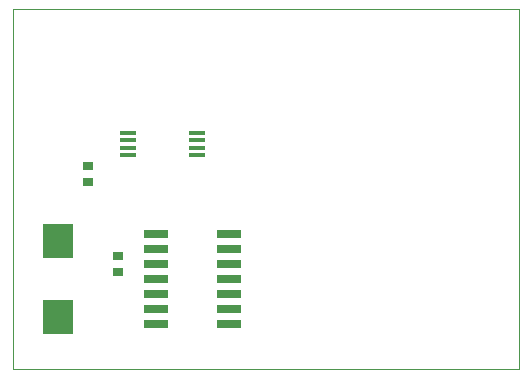
<source format=gtp>
G75*
G70*
%OFA0B0*%
%FSLAX24Y24*%
%IPPOS*%
%LPD*%
%AMOC8*
5,1,8,0,0,1.08239X$1,22.5*
%
%ADD10C,0.0000*%
%ADD11R,0.0800X0.0260*%
%ADD12R,0.0354X0.0276*%
%ADD13R,0.0984X0.1142*%
%ADD14R,0.0580X0.0140*%
D10*
X000267Y000150D02*
X000267Y012146D01*
X017137Y012146D01*
X017137Y000150D01*
X000267Y000150D01*
D11*
X005057Y001650D03*
X005057Y002150D03*
X005057Y002650D03*
X005057Y003150D03*
X005057Y003650D03*
X005057Y004150D03*
X005057Y004650D03*
X007477Y004650D03*
X007477Y004150D03*
X007477Y003650D03*
X007477Y003150D03*
X007477Y002650D03*
X007477Y002150D03*
X007477Y001650D03*
D12*
X003767Y003394D03*
X003767Y003906D03*
X002767Y006394D03*
X002767Y006906D03*
D13*
X001767Y004430D03*
X001767Y001870D03*
D14*
X004117Y007270D03*
X004117Y007520D03*
X004117Y007780D03*
X004117Y008030D03*
X006417Y008030D03*
X006417Y007780D03*
X006417Y007520D03*
X006417Y007270D03*
M02*

</source>
